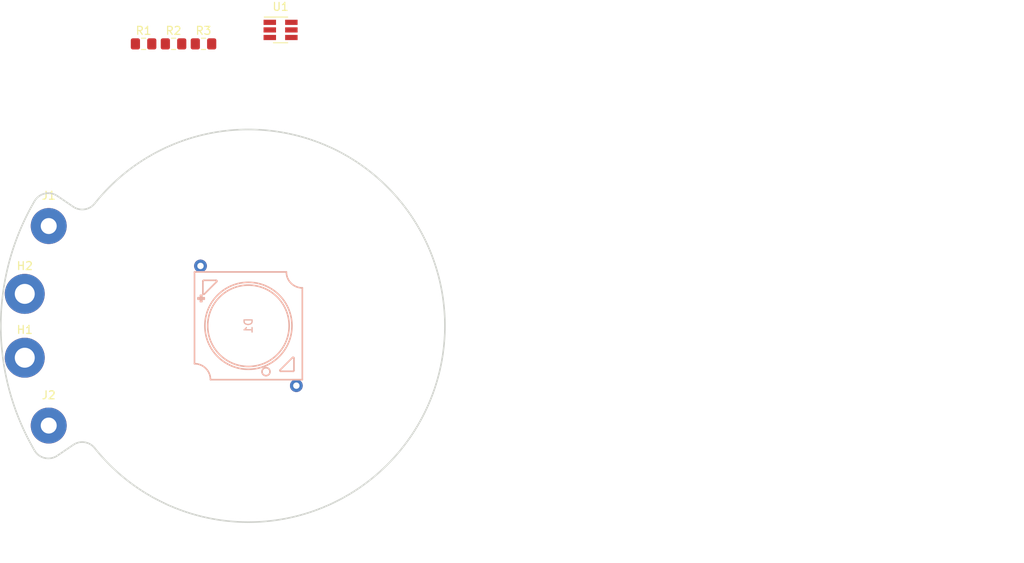
<source format=kicad_pcb>
(kicad_pcb (version 20171130) (host pcbnew 5.0.2-bee76a0~70~ubuntu16.04.1)

  (general
    (thickness 1.6)
    (drawings 10)
    (tracks 0)
    (zones 0)
    (modules 9)
    (nets 7)
  )

  (page A4)
  (layers
    (0 F.Cu signal)
    (31 B.Cu signal)
    (32 B.Adhes user)
    (33 F.Adhes user)
    (34 B.Paste user)
    (35 F.Paste user)
    (36 B.SilkS user)
    (37 F.SilkS user)
    (38 B.Mask user)
    (39 F.Mask user)
    (40 Dwgs.User user)
    (41 Cmts.User user)
    (42 Eco1.User user)
    (43 Eco2.User user)
    (44 Edge.Cuts user)
    (45 Margin user)
    (46 B.CrtYd user hide)
    (47 F.CrtYd user hide)
    (48 B.Fab user hide)
    (49 F.Fab user hide)
  )

  (setup
    (last_trace_width 0.5)
    (trace_clearance 0.3)
    (zone_clearance 0.508)
    (zone_45_only no)
    (trace_min 0.2)
    (segment_width 0.15)
    (edge_width 0.15)
    (via_size 0.8)
    (via_drill 0.4)
    (via_min_size 0.4)
    (via_min_drill 0.3)
    (uvia_size 0.3)
    (uvia_drill 0.1)
    (uvias_allowed no)
    (uvia_min_size 0.2)
    (uvia_min_drill 0.1)
    (pcb_text_width 0.3)
    (pcb_text_size 1.5 1.5)
    (mod_edge_width 0.15)
    (mod_text_size 1 1)
    (mod_text_width 0.15)
    (pad_size 5 5)
    (pad_drill 2.5)
    (pad_to_mask_clearance 0.051)
    (solder_mask_min_width 0.25)
    (aux_axis_origin 0 0)
    (visible_elements FFFFFF7F)
    (pcbplotparams
      (layerselection 0x010fc_ffffffff)
      (usegerberextensions false)
      (usegerberattributes false)
      (usegerberadvancedattributes false)
      (creategerberjobfile false)
      (excludeedgelayer true)
      (linewidth 0.100000)
      (plotframeref false)
      (viasonmask false)
      (mode 1)
      (useauxorigin false)
      (hpglpennumber 1)
      (hpglpenspeed 20)
      (hpglpendiameter 15.000000)
      (psnegative false)
      (psa4output false)
      (plotreference true)
      (plotvalue true)
      (plotinvisibletext false)
      (padsonsilk false)
      (subtractmaskfromsilk false)
      (outputformat 1)
      (mirror false)
      (drillshape 1)
      (scaleselection 1)
      (outputdirectory ""))
  )

  (net 0 "")
  (net 1 /VBUS)
  (net 2 "Net-(D1-Pad1)")
  (net 3 GND)
  (net 4 "Net-(R1-Pad1)")
  (net 5 "Net-(R2-Pad2)")
  (net 6 /HEATSINK)

  (net_class Default "This is the default net class."
    (clearance 0.3)
    (trace_width 0.5)
    (via_dia 0.8)
    (via_drill 0.4)
    (uvia_dia 0.3)
    (uvia_drill 0.1)
    (add_net /HEATSINK)
    (add_net /VBUS)
    (add_net GND)
    (add_net "Net-(D1-Pad1)")
    (add_net "Net-(R1-Pad1)")
    (add_net "Net-(R2-Pad2)")
  )

  (module MountingHole:MountingHole_2.5mm_Pad locked (layer F.Cu) (tedit 56D1B4CB) (tstamp 5DFAB6FC)
    (at 72 104)
    (descr "Mounting Hole 2.5mm")
    (tags "mounting hole 2.5mm")
    (path /5DE18D06)
    (attr virtual)
    (fp_text reference H1 (at 0 -3.5) (layer F.SilkS)
      (effects (font (size 1 1) (thickness 0.15)))
    )
    (fp_text value MountingHole_Pad (at 0 3.5) (layer F.Fab)
      (effects (font (size 1 1) (thickness 0.15)))
    )
    (fp_text user %R (at 0.3 0) (layer F.Fab)
      (effects (font (size 1 1) (thickness 0.15)))
    )
    (fp_circle (center 0 0) (end 2.5 0) (layer Cmts.User) (width 0.15))
    (fp_circle (center 0 0) (end 2.75 0) (layer F.CrtYd) (width 0.05))
    (pad 1 thru_hole circle (at 0 0) (size 5 5) (drill 2.5) (layers *.Cu *.Mask)
      (net 6 /HEATSINK))
  )

  (module MountingHole:MountingHole_2.5mm_Pad locked (layer F.Cu) (tedit 56D1B4CB) (tstamp 5DFAB704)
    (at 72 96)
    (descr "Mounting Hole 2.5mm")
    (tags "mounting hole 2.5mm")
    (path /5DE18D8A)
    (attr virtual)
    (fp_text reference H2 (at 0 -3.5) (layer F.SilkS)
      (effects (font (size 1 1) (thickness 0.15)))
    )
    (fp_text value MountingHole_Pad (at 0 3.5) (layer F.Fab)
      (effects (font (size 1 1) (thickness 0.15)))
    )
    (fp_circle (center 0 0) (end 2.75 0) (layer F.CrtYd) (width 0.05))
    (fp_circle (center 0 0) (end 2.5 0) (layer Cmts.User) (width 0.15))
    (fp_text user %R (at 0.3 0) (layer F.Fab)
      (effects (font (size 1 1) (thickness 0.15)))
    )
    (pad 1 thru_hole circle (at 0 0) (size 5 5) (drill 2.5) (layers *.Cu *.Mask)
      (net 6 /HEATSINK))
  )

  (module Resistor_SMD:R_0805_2012Metric_Pad1.15x1.40mm_HandSolder (layer F.Cu) (tedit 5B36C52B) (tstamp 5DFAB729)
    (at 86.875001 64.675001)
    (descr "Resistor SMD 0805 (2012 Metric), square (rectangular) end terminal, IPC_7351 nominal with elongated pad for handsoldering. (Body size source: https://docs.google.com/spreadsheets/d/1BsfQQcO9C6DZCsRaXUlFlo91Tg2WpOkGARC1WS5S8t0/edit?usp=sharing), generated with kicad-footprint-generator")
    (tags "resistor handsolder")
    (path /5DE15C56)
    (attr smd)
    (fp_text reference R1 (at 0 -1.65) (layer F.SilkS)
      (effects (font (size 1 1) (thickness 0.15)))
    )
    (fp_text value "430k 1%" (at 0 1.65) (layer F.Fab)
      (effects (font (size 1 1) (thickness 0.15)))
    )
    (fp_line (start -1 0.6) (end -1 -0.6) (layer F.Fab) (width 0.1))
    (fp_line (start -1 -0.6) (end 1 -0.6) (layer F.Fab) (width 0.1))
    (fp_line (start 1 -0.6) (end 1 0.6) (layer F.Fab) (width 0.1))
    (fp_line (start 1 0.6) (end -1 0.6) (layer F.Fab) (width 0.1))
    (fp_line (start -0.261252 -0.71) (end 0.261252 -0.71) (layer F.SilkS) (width 0.12))
    (fp_line (start -0.261252 0.71) (end 0.261252 0.71) (layer F.SilkS) (width 0.12))
    (fp_line (start -1.85 0.95) (end -1.85 -0.95) (layer F.CrtYd) (width 0.05))
    (fp_line (start -1.85 -0.95) (end 1.85 -0.95) (layer F.CrtYd) (width 0.05))
    (fp_line (start 1.85 -0.95) (end 1.85 0.95) (layer F.CrtYd) (width 0.05))
    (fp_line (start 1.85 0.95) (end -1.85 0.95) (layer F.CrtYd) (width 0.05))
    (fp_text user %R (at 0 0) (layer F.Fab)
      (effects (font (size 0.5 0.5) (thickness 0.08)))
    )
    (pad 1 smd roundrect (at -1.025 0) (size 1.15 1.4) (layers F.Cu F.Paste F.Mask) (roundrect_rratio 0.217391)
      (net 4 "Net-(R1-Pad1)"))
    (pad 2 smd roundrect (at 1.025 0) (size 1.15 1.4) (layers F.Cu F.Paste F.Mask) (roundrect_rratio 0.217391)
      (net 1 /VBUS))
    (model ${KISYS3DMOD}/Resistor_SMD.3dshapes/R_0805_2012Metric.wrl
      (at (xyz 0 0 0))
      (scale (xyz 1 1 1))
      (rotate (xyz 0 0 0))
    )
  )

  (module Resistor_SMD:R_0805_2012Metric_Pad1.15x1.40mm_HandSolder (layer F.Cu) (tedit 5B36C52B) (tstamp 5DFAB73A)
    (at 90.625001 64.675001)
    (descr "Resistor SMD 0805 (2012 Metric), square (rectangular) end terminal, IPC_7351 nominal with elongated pad for handsoldering. (Body size source: https://docs.google.com/spreadsheets/d/1BsfQQcO9C6DZCsRaXUlFlo91Tg2WpOkGARC1WS5S8t0/edit?usp=sharing), generated with kicad-footprint-generator")
    (tags "resistor handsolder")
    (path /5DE160F3)
    (attr smd)
    (fp_text reference R2 (at 0 -1.65) (layer F.SilkS)
      (effects (font (size 1 1) (thickness 0.15)))
    )
    (fp_text value "4R3 1%" (at 0 1.65) (layer F.Fab)
      (effects (font (size 1 1) (thickness 0.15)))
    )
    (fp_line (start -1 0.6) (end -1 -0.6) (layer F.Fab) (width 0.1))
    (fp_line (start -1 -0.6) (end 1 -0.6) (layer F.Fab) (width 0.1))
    (fp_line (start 1 -0.6) (end 1 0.6) (layer F.Fab) (width 0.1))
    (fp_line (start 1 0.6) (end -1 0.6) (layer F.Fab) (width 0.1))
    (fp_line (start -0.261252 -0.71) (end 0.261252 -0.71) (layer F.SilkS) (width 0.12))
    (fp_line (start -0.261252 0.71) (end 0.261252 0.71) (layer F.SilkS) (width 0.12))
    (fp_line (start -1.85 0.95) (end -1.85 -0.95) (layer F.CrtYd) (width 0.05))
    (fp_line (start -1.85 -0.95) (end 1.85 -0.95) (layer F.CrtYd) (width 0.05))
    (fp_line (start 1.85 -0.95) (end 1.85 0.95) (layer F.CrtYd) (width 0.05))
    (fp_line (start 1.85 0.95) (end -1.85 0.95) (layer F.CrtYd) (width 0.05))
    (fp_text user %R (at 0 0) (layer F.Fab)
      (effects (font (size 0.5 0.5) (thickness 0.08)))
    )
    (pad 1 smd roundrect (at -1.025 0) (size 1.15 1.4) (layers F.Cu F.Paste F.Mask) (roundrect_rratio 0.217391)
      (net 3 GND))
    (pad 2 smd roundrect (at 1.025 0) (size 1.15 1.4) (layers F.Cu F.Paste F.Mask) (roundrect_rratio 0.217391)
      (net 5 "Net-(R2-Pad2)"))
    (model ${KISYS3DMOD}/Resistor_SMD.3dshapes/R_0805_2012Metric.wrl
      (at (xyz 0 0 0))
      (scale (xyz 1 1 1))
      (rotate (xyz 0 0 0))
    )
  )

  (module Resistor_SMD:R_0805_2012Metric_Pad1.15x1.40mm_HandSolder (layer F.Cu) (tedit 5B36C52B) (tstamp 5DFAB74B)
    (at 94.375001 64.675001)
    (descr "Resistor SMD 0805 (2012 Metric), square (rectangular) end terminal, IPC_7351 nominal with elongated pad for handsoldering. (Body size source: https://docs.google.com/spreadsheets/d/1BsfQQcO9C6DZCsRaXUlFlo91Tg2WpOkGARC1WS5S8t0/edit?usp=sharing), generated with kicad-footprint-generator")
    (tags "resistor handsolder")
    (path /5DE15C9B)
    (attr smd)
    (fp_text reference R3 (at 0 -1.65) (layer F.SilkS)
      (effects (font (size 1 1) (thickness 0.15)))
    )
    (fp_text value "4R3 1%" (at 0 1.65) (layer F.Fab)
      (effects (font (size 1 1) (thickness 0.15)))
    )
    (fp_text user %R (at 0 0) (layer F.Fab)
      (effects (font (size 0.5 0.5) (thickness 0.08)))
    )
    (fp_line (start 1.85 0.95) (end -1.85 0.95) (layer F.CrtYd) (width 0.05))
    (fp_line (start 1.85 -0.95) (end 1.85 0.95) (layer F.CrtYd) (width 0.05))
    (fp_line (start -1.85 -0.95) (end 1.85 -0.95) (layer F.CrtYd) (width 0.05))
    (fp_line (start -1.85 0.95) (end -1.85 -0.95) (layer F.CrtYd) (width 0.05))
    (fp_line (start -0.261252 0.71) (end 0.261252 0.71) (layer F.SilkS) (width 0.12))
    (fp_line (start -0.261252 -0.71) (end 0.261252 -0.71) (layer F.SilkS) (width 0.12))
    (fp_line (start 1 0.6) (end -1 0.6) (layer F.Fab) (width 0.1))
    (fp_line (start 1 -0.6) (end 1 0.6) (layer F.Fab) (width 0.1))
    (fp_line (start -1 -0.6) (end 1 -0.6) (layer F.Fab) (width 0.1))
    (fp_line (start -1 0.6) (end -1 -0.6) (layer F.Fab) (width 0.1))
    (pad 2 smd roundrect (at 1.025 0) (size 1.15 1.4) (layers F.Cu F.Paste F.Mask) (roundrect_rratio 0.217391)
      (net 5 "Net-(R2-Pad2)"))
    (pad 1 smd roundrect (at -1.025 0) (size 1.15 1.4) (layers F.Cu F.Paste F.Mask) (roundrect_rratio 0.217391)
      (net 3 GND))
    (model ${KISYS3DMOD}/Resistor_SMD.3dshapes/R_0805_2012Metric.wrl
      (at (xyz 0 0 0))
      (scale (xyz 1 1 1))
      (rotate (xyz 0 0 0))
    )
  )

  (module Package_TO_SOT_SMD:SOT-23-6_Handsoldering (layer F.Cu) (tedit 5A02FF57) (tstamp 5DFAB761)
    (at 104.025001 62.925001)
    (descr "6-pin SOT-23 package, Handsoldering")
    (tags "SOT-23-6 Handsoldering")
    (path /5DE15AD4)
    (attr smd)
    (fp_text reference U1 (at 0 -2.9) (layer F.SilkS)
      (effects (font (size 1 1) (thickness 0.15)))
    )
    (fp_text value AL5801 (at 0 2.9) (layer F.Fab)
      (effects (font (size 1 1) (thickness 0.15)))
    )
    (fp_text user %R (at 0 0 90) (layer F.Fab)
      (effects (font (size 0.5 0.5) (thickness 0.075)))
    )
    (fp_line (start -0.9 1.61) (end 0.9 1.61) (layer F.SilkS) (width 0.12))
    (fp_line (start 0.9 -1.61) (end -2.05 -1.61) (layer F.SilkS) (width 0.12))
    (fp_line (start -2.4 1.8) (end -2.4 -1.8) (layer F.CrtYd) (width 0.05))
    (fp_line (start 2.4 1.8) (end -2.4 1.8) (layer F.CrtYd) (width 0.05))
    (fp_line (start 2.4 -1.8) (end 2.4 1.8) (layer F.CrtYd) (width 0.05))
    (fp_line (start -2.4 -1.8) (end 2.4 -1.8) (layer F.CrtYd) (width 0.05))
    (fp_line (start -0.9 -0.9) (end -0.25 -1.55) (layer F.Fab) (width 0.1))
    (fp_line (start 0.9 -1.55) (end -0.25 -1.55) (layer F.Fab) (width 0.1))
    (fp_line (start -0.9 -0.9) (end -0.9 1.55) (layer F.Fab) (width 0.1))
    (fp_line (start 0.9 1.55) (end -0.9 1.55) (layer F.Fab) (width 0.1))
    (fp_line (start 0.9 -1.55) (end 0.9 1.55) (layer F.Fab) (width 0.1))
    (pad 1 smd rect (at -1.35 -0.95) (size 1.56 0.65) (layers F.Cu F.Paste F.Mask)
      (net 4 "Net-(R1-Pad1)"))
    (pad 2 smd rect (at -1.35 0) (size 1.56 0.65) (layers F.Cu F.Paste F.Mask)
      (net 5 "Net-(R2-Pad2)"))
    (pad 3 smd rect (at -1.35 0.95) (size 1.56 0.65) (layers F.Cu F.Paste F.Mask)
      (net 2 "Net-(D1-Pad1)"))
    (pad 4 smd rect (at 1.35 0.95) (size 1.56 0.65) (layers F.Cu F.Paste F.Mask)
      (net 5 "Net-(R2-Pad2)"))
    (pad 6 smd rect (at 1.35 -0.95) (size 1.56 0.65) (layers F.Cu F.Paste F.Mask)
      (net 3 GND))
    (pad 5 smd rect (at 1.35 0) (size 1.56 0.65) (layers F.Cu F.Paste F.Mask))
    (model ${KISYS3DMOD}/Package_TO_SOT_SMD.3dshapes/SOT-23-6.wrl
      (at (xyz 0 0 0))
      (scale (xyz 1 1 1))
      (rotate (xyz 0 0 0))
    )
  )

  (module device.farm:LED_BXRE_V10 locked (layer B.Cu) (tedit 5DE11F3D) (tstamp 5DFABA9B)
    (at 100 100 270)
    (path /5DE1596B)
    (fp_text reference D1 (at 0 0 270) (layer B.SilkS)
      (effects (font (size 1 1) (thickness 0.15)) (justify mirror))
    )
    (fp_text value LED_Series (at 0 8 270) (layer B.Fab)
      (effects (font (size 1 1) (thickness 0.15)) (justify mirror))
    )
    (fp_line (start -3.338856 6.00384) (end -3.338856 6.310605) (layer B.SilkS) (width 0.2))
    (fp_line (start 6.75 -6.75) (end 6.75 4.75) (layer B.SilkS) (width 0.2))
    (fp_line (start 5.7 -5.6) (end 5.7 -4.041421) (layer B.SilkS) (width 0.2))
    (fp_arc (start 6.75 6.75) (end 4.75 6.75) (angle 90) (layer B.SilkS) (width 0.2))
    (fp_line (start -3.034608 5.83171) (end -3.034608 6.00384) (layer B.SilkS) (width 0.2))
    (fp_line (start -5.7 5.6) (end -5.7 4.041421) (layer B.SilkS) (width 0.2))
    (fp_line (start -3.511238 5.52872) (end -3.338856 5.52872) (layer B.SilkS) (width 0.2))
    (fp_arc (start 5.6 -4.041421) (end 5.7 -4.041421) (angle 135) (layer B.SilkS) (width 0.2))
    (fp_arc (start -4.041421 5.6) (end -3.970711 5.529289) (angle 135) (layer B.SilkS) (width 0.2))
    (fp_line (start -3.511238 6.310605) (end -3.511238 6.00384) (layer B.SilkS) (width 0.2))
    (fp_line (start -3.034608 6.00384) (end -3.338856 6.00384) (layer B.SilkS) (width 0.2))
    (fp_circle (center 5.75 -2.2) (end 6.25 -2.2) (layer B.SilkS) (width 0.2))
    (fp_line (start -3.511238 5.83171) (end -3.511238 5.52872) (layer B.SilkS) (width 0.2))
    (fp_arc (start -5.6 5.6) (end -5.6 5.7) (angle 90) (layer B.SilkS) (width 0.2))
    (fp_line (start -3.815486 6.00384) (end -3.815486 5.83171) (layer B.SilkS) (width 0.2))
    (fp_line (start 6.75 -6.75) (end -4.75 -6.75) (layer B.SilkS) (width 0.2))
    (fp_line (start -5.529289 3.970711) (end -3.970711 5.529289) (layer B.SilkS) (width 0.2))
    (fp_line (start -3.815486 5.83171) (end -3.511238 5.83171) (layer B.SilkS) (width 0.2))
    (fp_line (start -3.511238 6.00384) (end -3.815486 6.00384) (layer B.SilkS) (width 0.2))
    (fp_line (start -3.338856 5.52872) (end -3.338856 5.83171) (layer B.SilkS) (width 0.2))
    (fp_arc (start 5.6 -5.6) (end 5.6 -5.7) (angle 90) (layer B.SilkS) (width 0.2))
    (fp_arc (start -6.75 -6.75) (end -4.75 -6.75) (angle 90) (layer B.SilkS) (width 0.2))
    (fp_arc (start -5.6 4.041421) (end -5.7 4.041421) (angle 135) (layer B.SilkS) (width 0.2))
    (fp_line (start -3.338856 6.310605) (end -3.511238 6.310605) (layer B.SilkS) (width 0.2))
    (fp_line (start 5.529289 -3.970711) (end 3.970711 -5.529289) (layer B.SilkS) (width 0.2))
    (fp_arc (start 4.041421 -5.6) (end 3.970711 -5.529289) (angle 135) (layer B.SilkS) (width 0.2))
    (fp_circle (center 0 0) (end 5.45 0) (layer B.SilkS) (width 0.2))
    (fp_line (start -4.041421 5.7) (end -5.6 5.7) (layer B.SilkS) (width 0.2))
    (fp_line (start -3.338856 5.83171) (end -3.034608 5.83171) (layer B.SilkS) (width 0.2))
    (fp_line (start 4.041421 -5.7) (end 5.6 -5.7) (layer B.SilkS) (width 0.2))
    (fp_line (start -6.75 -4.75) (end -6.75 6.75) (layer B.SilkS) (width 0.2))
    (fp_circle (center 0 0) (end 5.1 0) (layer B.SilkS) (width 0.2))
    (fp_line (start 4.75 6.75) (end -6.75 6.75) (layer B.SilkS) (width 0.2))
    (pad 2 thru_hole circle (at -7.5 6 270) (size 1.6 1.6) (drill 0.8) (layers *.Cu *.Mask)
      (net 1 /VBUS))
    (pad 1 thru_hole circle (at 7.5 -6 270) (size 1.6 1.6) (drill 0.8) (layers *.Cu *.Mask)
      (net 2 "Net-(D1-Pad1)"))
    (model ${DF}/device.farm.pretty/LED_BXRE_V10.step
      (at (xyz 0 0 0))
      (scale (xyz 1 1 1))
      (rotate (xyz 0 0 0))
    )
  )

  (module Connector_Wire:SolderWirePad_1x01_Drill2mm (layer F.Cu) (tedit 5AEE5ED2) (tstamp 5DFABAA5)
    (at 75 87.5)
    (descr "Wire solder connection")
    (tags connector)
    (path /5DE1D79D)
    (attr virtual)
    (fp_text reference J1 (at 0 -3.81) (layer F.SilkS)
      (effects (font (size 1 1) (thickness 0.15)))
    )
    (fp_text value Conn_01x01_Female (at 0 3.81) (layer F.Fab)
      (effects (font (size 1 1) (thickness 0.15)))
    )
    (fp_line (start 2.75 2.75) (end -2.75 2.75) (layer F.CrtYd) (width 0.05))
    (fp_line (start 2.75 2.75) (end 2.75 -2.75) (layer F.CrtYd) (width 0.05))
    (fp_line (start -2.75 -2.75) (end -2.75 2.75) (layer F.CrtYd) (width 0.05))
    (fp_line (start -2.75 -2.75) (end 2.75 -2.75) (layer F.CrtYd) (width 0.05))
    (fp_text user %R (at 0 0) (layer F.Fab)
      (effects (font (size 1 1) (thickness 0.15)))
    )
    (pad 1 thru_hole circle (at 0 0) (size 4.50088 4.50088) (drill 1.99898) (layers *.Cu *.Mask)
      (net 1 /VBUS))
  )

  (module Connector_Wire:SolderWirePad_1x01_Drill2mm (layer F.Cu) (tedit 5AEE5ED2) (tstamp 5DFABAAF)
    (at 75 112.5)
    (descr "Wire solder connection")
    (tags connector)
    (path /5DE1D65B)
    (attr virtual)
    (fp_text reference J2 (at 0 -3.81) (layer F.SilkS)
      (effects (font (size 1 1) (thickness 0.15)))
    )
    (fp_text value Conn_01x01_Female (at 0 3.81) (layer F.Fab)
      (effects (font (size 1 1) (thickness 0.15)))
    )
    (fp_text user %R (at 0 0) (layer F.Fab)
      (effects (font (size 1 1) (thickness 0.15)))
    )
    (fp_line (start -2.75 -2.75) (end 2.75 -2.75) (layer F.CrtYd) (width 0.05))
    (fp_line (start -2.75 -2.75) (end -2.75 2.75) (layer F.CrtYd) (width 0.05))
    (fp_line (start 2.75 2.75) (end 2.75 -2.75) (layer F.CrtYd) (width 0.05))
    (fp_line (start 2.75 2.75) (end -2.75 2.75) (layer F.CrtYd) (width 0.05))
    (pad 1 thru_hole circle (at 0 0) (size 4.50088 4.50088) (drill 1.99898) (layers *.Cu *.Mask)
      (net 3 GND))
  )

  (gr_text "" (at 96.8 129.129929) (layer Edge.Cuts)
    (effects (font (size 3.5 2.8) (thickness 0.2)) (justify top))
  )
  (gr_arc (start 100 99.999929) (end 80.756806 115.325055) (angle -282.9329272) (layer Edge.Cuts) (width 0.2))
  (gr_arc (start 79.192319 83.428857) (end 78.067531 85.082596) (angle -85.68797732) (layer Edge.Cuts) (width 0.2))
  (gr_arc (start 74.953091 114.616781) (end 73.225718 115.624839) (angle -93.95457212) (layer Edge.Cuts) (width 0.2))
  (gr_line (start 76.077879 116.27052) (end 78.067531 114.917261) (layer Edge.Cuts) (width 0.2))
  (gr_arc (start 74.953091 85.383077) (end 76.077879 83.729338) (angle -93.95457212) (layer Edge.Cuts) (width 0.2))
  (gr_line (start 76.077879 83.729338) (end 78.067531 85.082596) (layer Edge.Cuts) (width 0.2))
  (gr_arc (start 100 99.999929) (end 73.225718 84.375018) (angle -60.53388319) (layer Edge.Cuts) (width 0.2))
  (gr_arc (start 79.192319 116.571) (end 80.756806 115.325055) (angle -85.68797732) (layer Edge.Cuts) (width 0.2))
  (gr_text "" (at 196.8 129.13) (layer Edge.Cuts)
    (effects (font (size 3.5 2.8) (thickness 0.2)) (justify top))
  )

)

</source>
